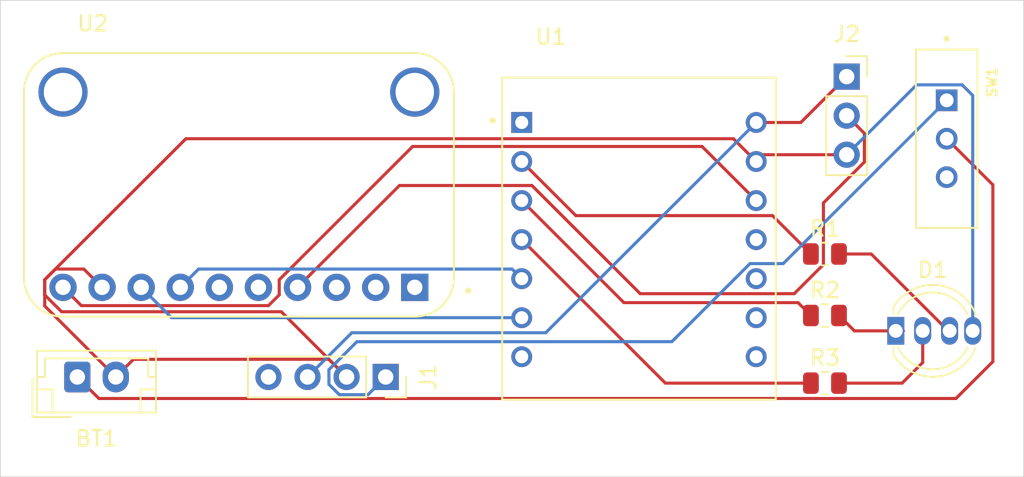
<source format=kicad_pcb>
(kicad_pcb (version 20240108) (generator "pcbnew") (generator_version "8.0")
  (layers (0 "F.Cu" signal) (31 "B.Cu" signal) (34 "B.Paste" user) (35 "F.Paste" user) (36 "B.SilkS" user "B.Silkscreen") (37 "F.SilkS" user "F.Silkscreen") (38 "B.Mask" user) (39 "F.Mask" user) (44 "Edge.Cuts" user))
  (net 0 "")
  (net 1 "/GND")
  (net 2 "Net-(BT1-+)")
  (net 3 "/LED_G")
  (net 4 "/LED_R")
  (net 5 "/LED_B")
  (net 6 "Net-(J1-VIN)")
  (net 8 "Net-(J1-5V)")
  (net 9 "Net-(J2-Signal)")
  (net 10 "Net-(U1-D1)")
  (net 11 "Net-(U1-D2)")
  (net 12 "Net-(U1-D3)")
  (net 14 "/3V3")
  (net 20 "/SCL")
  (net 22 "/SDA")
  (footprint "Connector_JST:JST_EH_B2B-EH-A_1x02_P2.50mm_Vertical" (layer "F.Cu") (at 92 62.5)
    (property "Reference" "BT1" (at 1.25 4 0) (layer "F.SilkS"))
    (property "Value" "Battery_Cell" (hide yes))
    (fp_line (start -2.91 0.11) (end -2.91 2.61) (stroke (width 0.12)) (layer "F.SilkS"))
    (fp_line (start -2.91 2.61) (end -0.41 2.61) (stroke (width 0.12)) (layer "F.SilkS"))
    (fp_line (start -2.61 -1.71) (end -2.61 2.31) (stroke (width 0.12)) (layer "F.SilkS"))
    (fp_line (start -2.61 0) (end -2.11 0) (stroke (width 0.12)) (layer "F.SilkS"))
    (fp_line (start -2.61 0.81) (end -1.61 0.81) (stroke (width 0.12)) (layer "F.SilkS"))
    (fp_line (start -2.61 2.31) (end 5.11 2.31) (stroke (width 0.12)) (layer "F.SilkS"))
    (fp_line (start -2.11 -1.21) (end 4.61 -1.21) (stroke (width 0.12)) (layer "F.SilkS"))
    (fp_line (start -2.11 0) (end -2.11 -1.21) (stroke (width 0.12)) (layer "F.SilkS"))
    (fp_line (start -1.61 0.81) (end -1.61 2.31) (stroke (width 0.12)) (layer "F.SilkS"))
    (fp_line (start 4.11 0.81) (end 4.11 2.31) (stroke (width 0.12)) (layer "F.SilkS"))
    (fp_line (start 4.61 -1.21) (end 4.61 0) (stroke (width 0.12)) (layer "F.SilkS"))
    (fp_line (start 4.61 0) (end 5.11 0) (stroke (width 0.12)) (layer "F.SilkS"))
    (fp_line (start 5.11 -1.71) (end -2.61 -1.71) (stroke (width 0.12)) (layer "F.SilkS"))
    (fp_line (start 5.11 0.81) (end 4.11 0.81) (stroke (width 0.12)) (layer "F.SilkS"))
    (fp_line (start 5.11 2.31) (end 5.11 -1.71) (stroke (width 0.12)) (layer "F.SilkS"))
    (pad "1" thru_hole roundrect (at 0 0) (size 1.7 2) (drill 1) (layers "*.Cu" "*.Mask") (roundrect_rratio 0.147059) (net 2 "Net-(BT1-+)"))
    (pad "2" thru_hole oval (at 2.5 0) (size 1.7 2) (drill 1) (layers "*.Cu" "*.Mask") (net 1 "/GND"))
  )
  (footprint "Resistor_SMD:R_0805_2012Metric" (layer "F.Cu") (at 140.5875 58.5)
    (property "Reference" "R2" (at 0 -1.65 0) (layer "F.SilkS"))
    (property "Value" "R")
    (fp_line (start -0.227064 -0.735) (end 0.227064 -0.735) (stroke (width 0.12)) (layer "F.SilkS"))
    (fp_line (start -0.227064 0.735) (end 0.227064 0.735) (stroke (width 0.12)) (layer "F.SilkS"))
    (pad "1" smd roundrect (at -0.9125 0) (size 1.025 1.4) (layers "F.Cu" "F.Paste" "F.Mask") (roundrect_rratio 0.243902) (net 11 "Net-(U1-D2)"))
    (pad "2" smd roundrect (at 0.9125 0) (size 1.025 1.4) (layers "F.Cu" "F.Paste" "F.Mask") (roundrect_rratio 0.243902) (net 3 "/LED_G"))
  )
  (footprint "LED_THT:LED_D5.0mm-4_RGB" (layer "F.Cu") (at 145.69 59.5)
    (property "Reference" "D1" (at 1.905 -3.96 0) (layer "F.SilkS"))
    (property "Value" "LED_GBRA")
    (fp_line (start -0.655 -1.545) (end -0.655 -1.08) (stroke (width 0.12)) (layer "F.SilkS"))
    (fp_line (start -0.655 1.08) (end -0.655 1.545) (stroke (width 0.12)) (layer "F.SilkS"))
    (fp_arc (start -0.655 -1.54483) (mid 2.163858 -2.978774) (end 4.693107 -1.080075) (stroke (width 0.12)) (layer "F.SilkS"))
    (fp_arc (start -0.349684 -1.08) (mid 1.904967 -2.5) (end 4.159656 -1.080059) (stroke (width 0.12)) (layer "F.SilkS"))
    (fp_arc (start 4.159656 1.080059) (mid 1.904967 2.5) (end -0.349684 1.08) (stroke (width 0.12)) (layer "F.SilkS"))
    (fp_arc (start 4.693107 1.080075) (mid 2.163858 2.978774) (end -0.655 1.54483) (stroke (width 0.12)) (layer "F.SilkS"))
    (pad "1" thru_hole rect (at -0.5 0) (size 1.1 1.8) (drill 0.9) (layers "*.Cu" "*.Mask") (net 3 "/LED_G"))
    (pad "2" thru_hole oval (at 1.25 0) (size 1.1 1.8) (drill 0.9) (layers "*.Cu" "*.Mask") (net 5 "/LED_B"))
    (pad "3" thru_hole oval (at 3 0) (size 1.1 1.8) (drill 0.9) (layers "*.Cu" "*.Mask") (net 4 "/LED_R"))
    (pad "4" thru_hole oval (at 4.5 0) (size 1.1 1.8) (drill 0.9) (layers "*.Cu" "*.Mask") (net 1 "/GND"))
  )
  (footprint "113991054:MODULE_113991054" (layer "F.Cu") (at 128.5 53.5)
    (property "Reference" "U1" (at -5.715 -13.135 0) (layer "F.SilkS"))
    (property "Value" "Esp32_C3")
    (fp_line (start -8.89 -10.4775) (end 8.89 -10.4775) (stroke (width 0.127)) (layer "F.SilkS"))
    (fp_line (start -8.89 10.4775) (end -8.89 -10.4775) (stroke (width 0.127)) (layer "F.SilkS"))
    (fp_line (start 8.89 -10.4775) (end 8.89 10.4775) (stroke (width 0.127)) (layer "F.SilkS"))
    (fp_line (start 8.89 10.4775) (end -8.89 10.4775) (stroke (width 0.127)) (layer "F.SilkS"))
    (fp_circle (center -9.5 -7.6835) (end -9.4 -7.6835) (stroke (width 0.2)) (fill none) (layer "F.SilkS"))
    (pad "1" thru_hole rect (at -7.62 -7.5565) (size 1.358 1.358) (drill 0.85) (layers "*.Cu" "*.Mask"))
    (pad "2" thru_hole circle (at -7.62 -5.0165) (size 1.358 1.358) (drill 0.85) (layers "*.Cu" "*.Mask") (net 10 "Net-(U1-D1)"))
    (pad "3" thru_hole circle (at -7.62 -2.4765) (size 1.358 1.358) (drill 0.85) (layers "*.Cu" "*.Mask") (net 11 "Net-(U1-D2)"))
    (pad "4" thru_hole circle (at -7.62 0.0635) (size 1.358 1.358) (drill 0.85) (layers "*.Cu" "*.Mask") (net 12 "Net-(U1-D3)"))
    (pad "5" thru_hole circle (at -7.62 2.6035) (size 1.358 1.358) (drill 0.85) (layers "*.Cu" "*.Mask") (net 22 "/SDA"))
    (pad "6" thru_hole circle (at -7.62 5.1435) (size 1.358 1.358) (drill 0.85) (layers "*.Cu" "*.Mask") (net 20 "/SCL"))
    (pad "7" thru_hole circle (at -7.62 7.6835) (size 1.358 1.358) (drill 0.85) (layers "*.Cu" "*.Mask"))
    (pad "8" thru_hole circle (at 7.62 7.6835) (size 1.358 1.358) (drill 0.85) (layers "*.Cu" "*.Mask"))
    (pad "9" thru_hole circle (at 7.62 5.1435) (size 1.358 1.358) (drill 0.85) (layers "*.Cu" "*.Mask"))
    (pad "10" thru_hole circle (at 7.62 2.6035) (size 1.358 1.358) (drill 0.85) (layers "*.Cu" "*.Mask"))
    (pad "11" thru_hole circle (at 7.62 0.0635) (size 1.358 1.358) (drill 0.85) (layers "*.Cu" "*.Mask"))
    (pad "12" thru_hole circle (at 7.62 -2.4765) (size 1.358 1.358) (drill 0.85) (layers "*.Cu" "*.Mask") (net 14 "/3V3"))
    (pad "13" thru_hole circle (at 7.62 -5.0165) (size 1.358 1.358) (drill 0.85) (layers "*.Cu" "*.Mask") (net 1 "/GND"))
    (pad "14" thru_hole circle (at 7.62 -7.5565) (size 1.358 1.358) (drill 0.85) (layers "*.Cu" "*.Mask") (net 8 "Net-(J1-5V)"))
  )
  (footprint "MINI-SPDT-SW:SW_MINI-SPDT-SW" (layer "F.Cu") (at 148.5 47 -90)
    (property "Reference" "SW1" (at -3.683 -2.9464 90) (layer "F.SilkS") (effects (font (size 0.64 0.64))))
    (property "Value" "SW_SPDT")
    (fp_line (start -5.8 2) (end 5.8 2) (stroke (width 0.127)) (layer "F.SilkS"))
    (fp_line (start 5.8 2) (end 5.8 -2) (stroke (width 0.127)) (layer "F.SilkS"))
    (fp_line (start -5.8 -2) (end -5.8 2) (stroke (width 0.127)) (layer "F.SilkS"))
    (fp_line (start 5.8 -2) (end -5.8 -2) (stroke (width 0.127)) (layer "F.SilkS"))
    (fp_circle (center -6.5 0) (end -6.4 0) (stroke (width 0.2)) (fill none) (layer "F.SilkS"))
    (pad "1" thru_hole rect (at -2.5 0 270) (size 1.408 1.408) (drill 0.9) (layers "*.Cu" "*.Mask") (net 6 "Net-(J1-VIN)"))
    (pad "2" thru_hole circle (at 0 0 270) (size 1.408 1.408) (drill 0.9) (layers "*.Cu" "*.Mask") (net 2 "Net-(BT1-+)"))
    (pad "3" thru_hole circle (at 2.5 0 270) (size 1.408 1.408) (drill 0.9) (layers "*.Cu" "*.Mask"))
  )
  (footprint "Connector_PinSocket_2.54mm:PinSocket_1x04_P2.54mm_Vertical" (layer "F.Cu") (at 112.04 62.5 -90)
    (property "Reference" "J1" (at 0 -2.77 90) (layer "F.SilkS"))
    (property "Value" "Booster up" (hide yes))
    (fp_line (start -1.33 8.95) (end 1.33 8.95) (stroke (width 0.12)) (layer "F.SilkS"))
    (fp_line (start -1.33 1.27) (end -1.33 8.95) (stroke (width 0.12)) (layer "F.SilkS"))
    (fp_line (start -1.33 1.27) (end 1.33 1.27) (stroke (width 0.12)) (layer "F.SilkS"))
    (fp_line (start 1.33 1.27) (end 1.33 8.95) (stroke (width 0.12)) (layer "F.SilkS"))
    (fp_line (start 0 -1.33) (end 1.33 -1.33) (stroke (width 0.12)) (layer "F.SilkS"))
    (fp_line (start 1.33 -1.33) (end 1.33 0) (stroke (width 0.12)) (layer "F.SilkS"))
    (pad "1" thru_hole rect (at 0 0 270) (size 1.7 1.7) (drill 1) (layers "*.Cu" "*.Mask") (net 6 "Net-(J1-VIN)"))
    (pad "2" thru_hole oval (at 0 2.54 270) (size 1.7 1.7) (drill 1) (layers "*.Cu" "*.Mask") (net 1 "/GND"))
    (pad "3" thru_hole oval (at 0 5.08 270) (size 1.7 1.7) (drill 1) (layers "*.Cu" "*.Mask") (net 8 "Net-(J1-5V)"))
    (pad "4" thru_hole oval (at 0 7.62 270) (size 1.7 1.7) (drill 1) (layers "*.Cu" "*.Mask"))
  )
  (footprint "Resistor_SMD:R_0805_2012Metric" (layer "F.Cu") (at 140.5875 54.5)
    (property "Reference" "R1" (at 0 -1.65 0) (layer "F.SilkS"))
    (property "Value" "R")
    (fp_line (start -0.227064 -0.735) (end 0.227064 -0.735) (stroke (width 0.12)) (layer "F.SilkS"))
    (fp_line (start -0.227064 0.735) (end 0.227064 0.735) (stroke (width 0.12)) (layer "F.SilkS"))
    (pad "1" smd roundrect (at -0.9125 0) (size 1.025 1.4) (layers "F.Cu" "F.Paste" "F.Mask") (roundrect_rratio 0.243902) (net 10 "Net-(U1-D1)"))
    (pad "2" smd roundrect (at 0.9125 0) (size 1.025 1.4) (layers "F.Cu" "F.Paste" "F.Mask") (roundrect_rratio 0.243902) (net 4 "/LED_R"))
  )
  (footprint "ZC261500 (1):MODULE_ZC261500" (layer "F.Cu") (at 102.5 50)
    (property "Reference" "U2" (at -9.5 -10.5 0) (layer "F.SilkS"))
    (property "Value" "ADS1115" (hide yes))
    (fp_line (start -13.97 6.0325) (end -13.97 -6.0325) (stroke (width 0.127)) (layer "F.SilkS"))
    (fp_line (start -11.43 -8.5725) (end 11.43 -8.5725) (stroke (width 0.127)) (layer "F.SilkS"))
    (fp_line (start 11.43 8.5725) (end -11.43 8.5725) (stroke (width 0.127)) (layer "F.SilkS"))
    (fp_line (start 13.97 -6.0325) (end 13.97 6.0325) (stroke (width 0.127)) (layer "F.SilkS"))
    (fp_arc (start -13.97 -6.0325) (mid -13.226051 -7.828551) (end -11.43 -8.5725) (stroke (width 0.127)) (layer "F.SilkS"))
    (fp_arc (start -11.43 8.5725) (mid -13.226051 7.828551) (end -13.97 6.0325) (stroke (width 0.127)) (layer "F.SilkS"))
    (fp_arc (start 11.43 -8.5725) (mid 13.226051 -7.828551) (end 13.97 -6.0325) (stroke (width 0.127)) (layer "F.SilkS"))
    (fp_arc (start 13.97 6.0325) (mid 13.226051 7.828551) (end 11.43 8.5725) (stroke (width 0.127)) (layer "F.SilkS"))
    (fp_circle (center 14.902 6.887) (end 15.002 6.887) (stroke (width 0.2)) (fill none) (layer "F.SilkS"))
    (pad "1" thru_hole rect (at 11.43 6.6675) (size 1.778 1.778) (drill 1) (layers "*.Cu" "*.Mask"))
    (pad "2" thru_hole circle (at 8.89 6.6675) (size 1.778 1.778) (drill 1) (layers "*.Cu" "*.Mask"))
    (pad "3" thru_hole circle (at 6.35 6.6675) (size 1.778 1.778) (drill 1) (layers "*.Cu" "*.Mask"))
    (pad "4" thru_hole circle (at 3.81 6.6675) (size 1.778 1.778) (drill 1) (layers "*.Cu" "*.Mask") (net 9 "Net-(J2-Signal)"))
    (pad "5" thru_hole circle (at 1.27 6.6675) (size 1.778 1.778) (drill 1) (layers "*.Cu" "*.Mask"))
    (pad "6" thru_hole circle (at -1.27 6.6675) (size 1.778 1.778) (drill 1) (layers "*.Cu" "*.Mask"))
    (pad "7" thru_hole circle (at -3.81 6.6675) (size 1.778 1.778) (drill 1) (layers "*.Cu" "*.Mask") (net 22 "/SDA"))
    (pad "8" thru_hole circle (at -6.35 6.6675) (size 1.778 1.778) (drill 1) (layers "*.Cu" "*.Mask") (net 20 "/SCL"))
    (pad "9" thru_hole circle (at -8.89 6.6675) (size 1.778 1.778) (drill 1) (layers "*.Cu" "*.Mask") (net 1 "/GND"))
    (pad "10" thru_hole circle (at -11.43 6.6675) (size 1.778 1.778) (drill 1) (layers "*.Cu" "*.Mask") (net 14 "/3V3"))
    (pad "P1" thru_hole circle (at -11.43 -6.0325) (size 3.2 3.2) (drill 2.5) (layers "*.Cu" "*.Mask"))
    (pad "P2" thru_hole circle (at 11.43 -6.0325) (size 3.2 3.2) (drill 2.5) (layers "*.Cu" "*.Mask"))
  )
  (footprint "Connector_PinSocket_2.54mm:PinSocket_1x03_P2.54mm_Vertical" (layer "F.Cu") (at 142 42.96)
    (property "Reference" "J2" (at 0 -2.77 0) (layer "F.SilkS"))
    (property "Value" "SEN0221")
    (fp_line (start -1.33 1.27) (end -1.33 6.41) (stroke (width 0.12)) (layer "F.SilkS"))
    (fp_line (start -1.33 1.27) (end 1.33 1.27) (stroke (width 0.12)) (layer "F.SilkS"))
    (fp_line (start -1.33 6.41) (end 1.33 6.41) (stroke (width 0.12)) (layer "F.SilkS"))
    (fp_line (start 0 -1.33) (end 1.33 -1.33) (stroke (width 0.12)) (layer "F.SilkS"))
    (fp_line (start 1.33 -1.33) (end 1.33 0) (stroke (width 0.12)) (layer "F.SilkS"))
    (fp_line (start 1.33 1.27) (end 1.33 6.41) (stroke (width 0.12)) (layer "F.SilkS"))
    (pad "1" thru_hole rect (at 0 0) (size 1.7 1.7) (drill 1) (layers "*.Cu" "*.Mask") (net 8 "Net-(J1-5V)"))
    (pad "2" thru_hole oval (at 0 2.54) (size 1.7 1.7) (drill 1) (layers "*.Cu" "*.Mask") (net 9 "Net-(J2-Signal)"))
    (pad "3" thru_hole oval (at 0 5.08) (size 1.7 1.7) (drill 1) (layers "*.Cu" "*.Mask") (net 1 "/GND"))
  )
  (footprint "Resistor_SMD:R_0805_2012Metric" (layer "F.Cu") (at 140.5875 62.9)
    (property "Reference" "R3" (at 0 -1.65 0) (layer "F.SilkS"))
    (property "Value" "R")
    (fp_line (start -0.227064 -0.735) (end 0.227064 -0.735) (stroke (width 0.12)) (layer "F.SilkS"))
    (fp_line (start -0.227064 0.735) (end 0.227064 0.735) (stroke (width 0.12)) (layer "F.SilkS"))
    (pad "1" smd roundrect (at -0.9125 0) (size 1.025 1.4) (layers "F.Cu" "F.Paste" "F.Mask") (roundrect_rratio 0.243902) (net 12 "Net-(U1-D3)"))
    (pad "2" smd roundrect (at 0.9125 0) (size 1.025 1.4) (layers "F.Cu" "F.Paste" "F.Mask") (roundrect_rratio 0.243902) (net 5 "/LED_B"))
  )
  (gr_rect (start 87 38) (end 153.5 69) (stroke (width 0.05)) (fill none) (layer "Edge.Cuts"))
  (segment (start 89.881 56.175) (end 89.881 57.881) (width 0.2) (layer "F.Cu") (net 1))
  (segment (start 89.881 56.175) (end 99.056 47) (width 0.2) (layer "F.Cu") (net 1))
  (segment (start 89.881 57.881) (end 94.5 62.5) (width 0.2) (layer "F.Cu") (net 1))
  (segment (start 94.5 62.5) (end 95.65 61.35) (width 0.2) (layer "F.Cu") (net 1))
  (segment (start 90.9775 58.2565) (end 89.881 57.16) (width 0.2) (layer "F.Cu") (net 1))
  (segment (start 99.056 47) (end 134.6365 47) (width 0.2) (layer "F.Cu") (net 1))
  (segment (start 92.421 55.4785) (end 90.5775 55.4785) (width 0.2) (layer "F.Cu") (net 1))
  (segment (start 95.65 61.35) (end 108.35 61.35) (width 0.2) (layer "F.Cu") (net 1))
  (segment (start 109.5 62.5) (end 105.2565 58.2565) (width 0.2) (layer "F.Cu") (net 1))
  (segment (start 142 48.04) (end 136.5635 48.04) (width 0.2) (layer "F.Cu") (net 1))
  (segment (start 89.881 57.16) (end 89.881 56.175) (width 0.2) (layer "F.Cu") (net 1))
  (segment (start 105.2565 58.2565) (end 90.9775 58.2565) (width 0.2) (layer "F.Cu") (net 1))
  (segment (start 136.5635 48.04) (end 136.12 48.4835) (width 0.2) (layer "F.Cu") (net 1))
  (segment (start 108.35 61.35) (end 109.5 62.5) (width 0.2) (layer "F.Cu") (net 1))
  (segment (start 90.5775 55.4785) (end 89.881 56.175) (width 0.2) (layer "F.Cu") (net 1))
  (segment (start 93.61 56.6675) (end 92.421 55.4785) (width 0.2) (layer "F.Cu") (net 1))
  (segment (start 134.6365 47) (end 136.12 48.4835) (width 0.2) (layer "F.Cu") (net 1))
  (segment (start 150.19 44.182) (end 150.19 59.5) (width 0.2) (layer "B.Cu") (net 1))
  (segment (start 142 48.04) (end 146.544 43.496) (width 0.2) (layer "B.Cu") (net 1))
  (segment (start 149.504 43.496) (end 150.19 44.182) (width 0.2) (layer "B.Cu") (net 1))
  (segment (start 146.544 43.496) (end 149.504 43.496) (width 0.2) (layer "B.Cu") (net 1))
  (segment (start 92 62.5) (end 93.4 63.9) (width 0.2) (layer "F.Cu") (net 2))
  (segment (start 151.5 61.5) (end 151.5 50) (width 0.2) (layer "F.Cu") (net 2))
  (segment (start 93.4 63.9) (end 149.1 63.9) (width 0.2) (layer "F.Cu") (net 2))
  (segment (start 149.1 63.9) (end 151.5 61.5) (width 0.2) (layer "F.Cu") (net 2))
  (segment (start 151.5 50) (end 148.5 47) (width 0.2) (layer "F.Cu") (net 2))
  (segment (start 142.5 59.5) (end 141.5 58.5) (width 0.2) (layer "F.Cu") (net 3))
  (segment (start 145.69 59.5) (end 142.5 59.5) (width 0.2) (layer "F.Cu") (net 3))
  (segment (start 148.23 59.135) (end 148.23 59.5) (width 0.2) (layer "F.Cu") (net 4))
  (segment (start 141.5 54.5) (end 143.595 54.5) (width 0.2) (layer "F.Cu") (net 4))
  (segment (start 143.595 54.5) (end 148.23 59.135) (width 0.2) (layer "F.Cu") (net 4))
  (segment (start 146.94 61.56) (end 145.6 62.9) (width 0.2) (layer "F.Cu") (net 5))
  (segment (start 145.6 62.9) (end 141.5 62.9) (width 0.2) (layer "F.Cu") (net 5))
  (segment (start 146.94 59.5) (end 146.94 61.56) (width 0.2) (layer "F.Cu") (net 5))
  (segment (start 135.714484 55.1245) (end 137.8755 55.1245) (width 0.2) (layer "B.Cu") (net 6))
  (segment (start 108.35 62.023654) (end 110.169154 60.2045) (width 0.2) (layer "B.Cu") (net 6))
  (segment (start 112.04 62.5) (end 110.89 63.65) (width 0.2) (layer "B.Cu") (net 6))
  (segment (start 110.169154 60.2045) (end 130.634484 60.2045) (width 0.2) (layer "B.Cu") (net 6))
  (segment (start 110.89 63.65) (end 109.023654 63.65) (width 0.2) (layer "B.Cu") (net 6))
  (segment (start 130.634484 60.2045) (end 135.714484 55.1245) (width 0.2) (layer "B.Cu") (net 6))
  (segment (start 108.35 62.976346) (end 108.35 62.023654) (width 0.2) (layer "B.Cu") (net 6))
  (segment (start 137.8755 55.1245) (end 148.5 44.5) (width 0.2) (layer "B.Cu") (net 6))
  (segment (start 109.023654 63.65) (end 108.35 62.976346) (width 0.2) (layer "B.Cu") (net 6))
  (segment (start 139.0165 45.9435) (end 142 42.96) (width 0.2) (layer "F.Cu") (net 8))
  (segment (start 136.12 45.9435) (end 139.0165 45.9435) (width 0.2) (layer "F.Cu") (net 8))
  (segment (start 109.8375 59.6225) (end 122.441 59.6225) (width 0.2) (layer "B.Cu") (net 8))
  (segment (start 122.441 59.6225) (end 136.12 45.9435) (width 0.2) (layer "B.Cu") (net 8))
  (segment (start 106.96 62.5) (end 109.8375 59.6225) (width 0.2) (layer "B.Cu") (net 8))
  (segment (start 140.4875 51.178846) (end 140.4875 55.184744) (width 0.2) (layer "F.Cu") (net 9))
  (segment (start 143.15 46.65) (end 143.15 48.516346) (width 0.2) (layer "F.Cu") (net 9))
  (segment (start 128.5825 57.0825) (end 121.5445 50.0445) (width 0.2) (layer "F.Cu") (net 9))
  (segment (start 121.5445 50.0445) (end 112.933 50.0445) (width 0.2) (layer "F.Cu") (net 9))
  (segment (start 142 45.5) (end 143.15 46.65) (width 0.2) (layer "F.Cu") (net 9))
  (segment (start 140.4875 55.184744) (end 138.589744 57.0825) (width 0.2) (layer "F.Cu") (net 9))
  (segment (start 138.589744 57.0825) (end 128.5825 57.0825) (width 0.2) (layer "F.Cu") (net 9))
  (segment (start 112.933 50.0445) (end 106.31 56.6675) (width 0.2) (layer "F.Cu") (net 9))
  (segment (start 143.15 48.516346) (end 140.4875 51.178846) (width 0.2) (layer "F.Cu") (net 9))
  (segment (start 137.1775 52.0025) (end 139.675 54.5) (width 0.2) (layer "F.Cu") (net 10))
  (segment (start 120.88 48.4835) (end 124.399 52.0025) (width 0.2) (layer "F.Cu") (net 10))
  (segment (start 124.399 52.0025) (end 137.1775 52.0025) (width 0.2) (layer "F.Cu") (net 10))
  (segment (start 127.521 57.6645) (end 138.8395 57.6645) (width 0.2) (layer "F.Cu") (net 11))
  (segment (start 120.88 51.0235) (end 127.521 57.6645) (width 0.2) (layer "F.Cu") (net 11))
  (segment (start 138.8395 57.6645) (end 139.675 58.5) (width 0.2) (layer "F.Cu") (net 11))
  (segment (start 120.88 53.5635) (end 130.2165 62.9) (width 0.2) (layer "F.Cu") (net 12))
  (segment (start 130.2165 62.9) (end 139.675 62.9) (width 0.2) (layer "F.Cu") (net 12))
  (segment (start 91.07 56.6675) (end 92.259 57.8565) (width 0.2) (layer "F.Cu") (net 14))
  (segment (start 113.7915 47.5045) (end 132.601 47.5045) (width 0.2) (layer "F.Cu") (net 14))
  (segment (start 104.4245 57.8565) (end 105.121 57.16) (width 0.2) (layer "F.Cu") (net 14))
  (segment (start 105.121 57.16) (end 105.121 56.175) (width 0.2) (layer "F.Cu") (net 14))
  (segment (start 105.121 56.175) (end 113.7915 47.5045) (width 0.2) (layer "F.Cu") (net 14))
  (segment (start 132.601 47.5045) (end 136.12 51.0235) (width 0.2) (layer "F.Cu") (net 14))
  (segment (start 92.259 57.8565) (end 104.4245 57.8565) (width 0.2) (layer "F.Cu") (net 14))
  (segment (start 98.126 58.6435) (end 120.88 58.6435) (width 0.2) (layer "B.Cu") (net 20))
  (segment (start 96.15 56.6675) (end 98.126 58.6435) (width 0.2) (layer "B.Cu") (net 20))
  (segment (start 120.255 55.4785) (end 120.88 56.1035) (width 0.2) (layer "B.Cu") (net 22))
  (segment (start 98.69 56.6675) (end 99.879 55.4785) (width 0.2) (layer "B.Cu") (net 22))
  (segment (start 99.879 55.4785) (end 120.255 55.4785) (width 0.2) (layer "B.Cu") (net 22))
)
</source>
